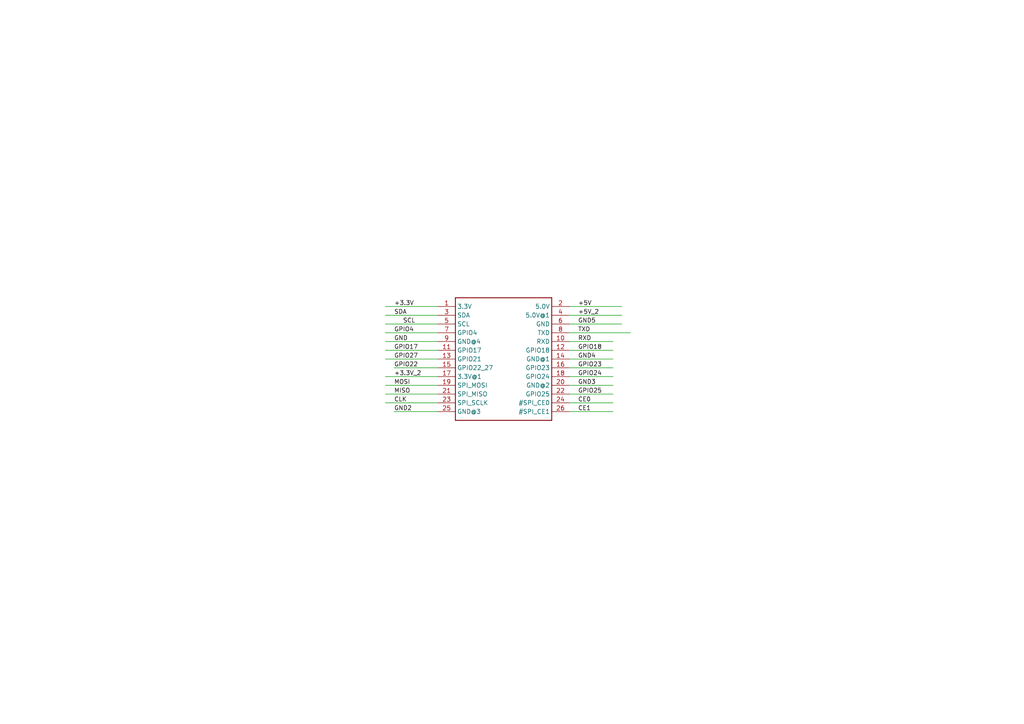
<source format=kicad_sch>
(kicad_sch (version 20211123) (generator eeschema)
  (paper "A4")
  (lib_symbols
    (symbol "schematicEagle-eagle-import:RASBERRYPI_IDC"
      (symbol "RASBERRYPI_IDC_1_0"
        (polyline (pts (xy -12.7 -17.78) (xy -12.7 17.78)) (stroke (width 0.254)))
        (polyline (pts (xy -12.7 17.78) (xy 15.24 17.78)) (stroke (width 0.254)))
        (polyline (pts (xy 15.24 -17.78) (xy -12.7 -17.78)) (stroke (width 0.254)))
        (polyline (pts (xy 15.24 17.78) (xy 15.24 -17.78)) (stroke (width 0.254)))
        (pin power_in line (at -17.78 15.24 0) (length 5.08) (name "3.3V") (number "1"))
        (pin input line (at 20.32 5.08 180) (length 5.08) (name "RXD") (number "10"))
        (pin bidirectional line (at -17.78 2.54 0) (length 5.08) (name "GPIO17") (number "11"))
        (pin bidirectional line (at 20.32 2.54 180) (length 5.08) (name "GPIO18") (number "12"))
        (pin bidirectional line (at -17.78 0 0) (length 5.08) (name "GPIO21") (number "13"))
        (pin power_in line (at 20.32 0 180) (length 5.08) (name "GND@1") (number "14"))
        (pin bidirectional line (at -17.78 -2.54 0) (length 5.08) (name "GPIO22_27") (number "15"))
        (pin bidirectional line (at 20.32 -2.54 180) (length 5.08) (name "GPIO23") (number "16"))
        (pin power_in line (at -17.78 -5.08 0) (length 5.08) (name "3.3V@1") (number "17"))
        (pin bidirectional line (at 20.32 -5.08 180) (length 5.08) (name "GPIO24") (number "18"))
        (pin bidirectional line (at -17.78 -7.62 0) (length 5.08) (name "SPI_MOSI") (number "19"))
        (pin power_in line (at 20.32 15.24 180) (length 5.08) (name "5.0V") (number "2"))
        (pin power_in line (at 20.32 -7.62 180) (length 5.08) (name "GND@2") (number "20"))
        (pin input line (at -17.78 -10.16 0) (length 5.08) (name "SPI_MISO") (number "21"))
        (pin bidirectional line (at 20.32 -10.16 180) (length 5.08) (name "GPIO25") (number "22"))
        (pin bidirectional line (at -17.78 -12.7 0) (length 5.08) (name "SPI_SCLK") (number "23"))
        (pin bidirectional line (at 20.32 -12.7 180) (length 5.08) (name "#SPI_CE0") (number "24"))
        (pin power_in line (at -17.78 -15.24 0) (length 5.08) (name "GND@3") (number "25"))
        (pin bidirectional line (at 20.32 -15.24 180) (length 5.08) (name "#SPI_CE1") (number "26"))
        (pin bidirectional line (at -17.78 12.7 0) (length 5.08) (name "SDA") (number "3"))
        (pin power_in line (at 20.32 12.7 180) (length 5.08) (name "5.0V@1") (number "4"))
        (pin bidirectional line (at -17.78 10.16 0) (length 5.08) (name "SCL") (number "5"))
        (pin power_in line (at 20.32 10.16 180) (length 5.08) (name "GND") (number "6"))
        (pin bidirectional line (at -17.78 7.62 0) (length 5.08) (name "GPIO4") (number "7"))
        (pin output line (at 20.32 7.62 180) (length 5.08) (name "TXD") (number "8"))
        (pin power_in line (at -17.78 5.08 0) (length 5.08) (name "GND@4") (number "9"))
      )
    )
  )
  (wire (pts (xy 165.1 104.14) (xy 177.8 104.14)))
  (wire (pts (xy 165.1 88.9) (xy 180.34 88.9)))
  (wire (pts (xy 165.1 96.52) (xy 182.88 96.52)))
  (wire (pts (xy 127 106.68) (xy 114.3 106.68)))
  (wire (pts (xy 127 96.52) (xy 111.76 96.52)))
  (wire (pts (xy 165.1 111.76) (xy 177.8 111.76)))
  (wire (pts (xy 165.1 116.84) (xy 177.8 116.84)))
  (wire (pts (xy 165.1 114.3) (xy 177.8 114.3)))
  (wire (pts (xy 127 88.9) (xy 111.76 88.9)))
  (wire (pts (xy 127 109.22) (xy 111.76 109.22)))
  (wire (pts (xy 127 104.14) (xy 111.76 104.14)))
  (wire (pts (xy 127 119.38) (xy 114.3 119.38)))
  (wire (pts (xy 165.1 109.22) (xy 177.8 109.22)))
  (wire (pts (xy 127 101.6) (xy 111.76 101.6)))
  (wire (pts (xy 127 111.76) (xy 111.76 111.76)))
  (wire (pts (xy 127 99.06) (xy 111.76 99.06)))
  (wire (pts (xy 165.1 91.44) (xy 180.34 91.44)))
  (wire (pts (xy 127 91.44) (xy 111.76 91.44)))
  (wire (pts (xy 165.1 93.98) (xy 180.34 93.98)))
  (wire (pts (xy 165.1 101.6) (xy 177.8 101.6)))
  (wire (pts (xy 127 93.98) (xy 111.76 93.98)))
  (wire (pts (xy 127 114.3) (xy 111.76 114.3)))
  (wire (pts (xy 165.1 99.06) (xy 177.8 99.06)))
  (wire (pts (xy 127 116.84) (xy 111.76 116.84)))
  (wire (pts (xy 165.1 106.68) (xy 177.8 106.68)))
  (wire (pts (xy 165.1 119.38) (xy 177.8 119.38)))
  (label "GPIO23" (at 167.64 106.68 0) (effects (font (size 1.2446 1.2446))))
  (label "GND5" (at 167.64 93.98 0) (effects (font (size 1.2446 1.2446))))
  (label "+3.3V_2" (at 114.3 109.22 0) (effects (font (size 1.2446 1.2446))))
  (label "+5V_2" (at 167.64 91.44 0) (effects (font (size 1.2446 1.2446))))
  (label "SCL" (at 116.84 93.98 0) (effects (font (size 1.2446 1.2446))))
  (label "CLK" (at 114.3 116.84 0) (effects (font (size 1.2446 1.2446))))
  (label "GPIO24" (at 167.64 109.22 0) (effects (font (size 1.2446 1.2446))))
  (label "TXD" (at 167.64 96.52 0) (effects (font (size 1.2446 1.2446))))
  (label "GND2" (at 114.3 119.38 0) (effects (font (size 1.2446 1.2446))))
  (label "+5V" (at 167.64 88.9 0) (effects (font (size 1.2446 1.2446))))
  (label "GPIO27" (at 114.3 104.14 0) (effects (font (size 1.2446 1.2446))))
  (label "GPIO22" (at 114.3 106.68 0) (effects (font (size 1.2446 1.2446))))
  (label "CE1" (at 167.64 119.38 0) (effects (font (size 1.2446 1.2446))))
  (label "GND" (at 114.3 99.06 0) (effects (font (size 1.2446 1.2446))))
  (label "SDA" (at 114.3 91.44 0) (effects (font (size 1.2446 1.2446))))
  (label "MOSI" (at 114.3 111.76 0) (effects (font (size 1.2446 1.2446))))
  (label "GPIO18" (at 167.64 101.6 0) (effects (font (size 1.2446 1.2446))))
  (label "GPIO25" (at 167.64 114.3 0) (effects (font (size 1.2446 1.2446))))
  (label "GND3" (at 167.64 111.76 0) (effects (font (size 1.2446 1.2446))))
  (label "GND4" (at 167.64 104.14 0) (effects (font (size 1.2446 1.2446))))
  (label "GPIO17" (at 114.3 101.6 0) (effects (font (size 1.2446 1.2446))))
  (label "+3.3V" (at 114.3 88.9 0) (effects (font (size 1.2446 1.2446))))
  (label "GPIO4" (at 114.3 96.52 0) (effects (font (size 1.2446 1.2446))))
  (label "CE0" (at 167.64 116.84 0) (effects (font (size 1.2446 1.2446))))
  (label "MISO" (at 114.3 114.3 0) (effects (font (size 1.2446 1.2446))))
  (label "RXD" (at 167.64 99.06 0) (effects (font (size 1.2446 1.2446))))
  (symbol (lib_id "schematicEagle-eagle-import:RASBERRYPI_IDC") (at 144.78 104.14 0) (unit 1)
    (property "Reference" "JP1" (effects hide))
    (property "Value" "RASBERRYPI_IDC" (effects hide))
    (property "Footprint" "schematicEagle:RASBERRYPI_IDC" (effects hide))
  )
)
</source>
